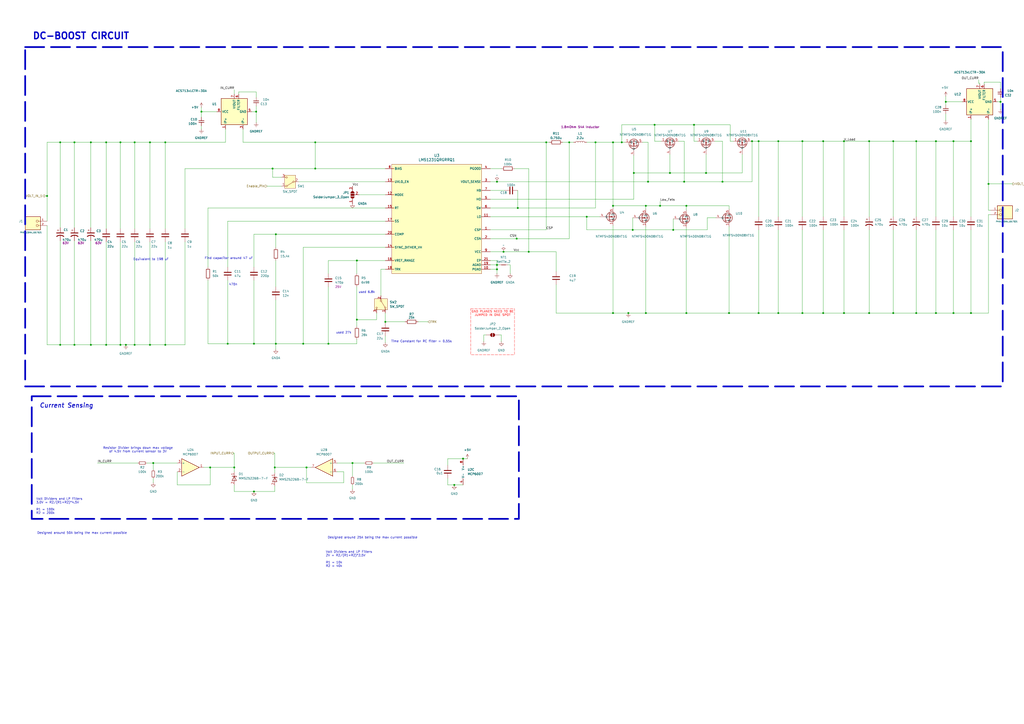
<source format=kicad_sch>
(kicad_sch (version 20231120) (generator "eeschema") (generator_version "8.0")
  (paper "A2")
  (title_block (title "Boost Converter") (rev "V1") (company "EcoCar") (comment 1 "Designed by: Nicholas semmens, Zeeshan Haque"))
  (lib_symbols
    (symbol "Device:C" (pin_numbers hide) (pin_names (offset 0.254))
      (property "Reference" "C" (at 0.635 2.54 0))
      (property "Value" "C" (at 0.635 -2.54 0))
      (symbol "C_1_1"
        (pin passive line (at 0 3.81 270) (length 2.794) (name "~") (number "1"))
        (pin passive line (at 0 -3.81 90) (length 2.794) (name "~") (number "2"))
      )
    )
    (symbol "Device:C_Polarized_US" (pin_numbers hide) (pin_names (offset 0.254) hide)
      (property "Reference" "C" (at 0.635 2.54 0))
      (property "Value" "C_Polarized_US" (at 0.635 -2.54 0))
      (symbol "C_Polarized_US_1_1"
        (pin passive line (at 0 3.81 270) (length 2.794) (name "~") (number "1"))
        (pin passive line (at 0 -3.81 90) (length 3.302) (name "~") (number "2"))
      )
    )
    (symbol "Device:C_Small" (pin_numbers hide) (pin_names (offset 0.254) hide)
      (property "Reference" "C" (at 0.254 1.778 0))
      (property "Value" "C_Small" (at 0.254 -2.032 0))
      (symbol "C_Small_1_1"
        (pin passive line (at 0 2.54 270) (length 2.032) (name "~") (number "1"))
        (pin passive line (at 0 -2.54 90) (length 2.032) (name "~") (number "2"))
      )
    )
    (symbol "Device:NetTie_2" (pin_numbers hide) (pin_names (offset 0) hide) (in_bom no)
      (property "Reference" "NT" (at 0 1.27 0))
      (property "Value" "NetTie_2" (at 0 -1.27 0))
      (symbol "NetTie_2_1_1"
        (pin passive line (at -2.54 0 0) (length 2.54) (name "1") (number "1"))
        (pin passive line (at 2.54 0 180) (length 2.54) (name "2") (number "2"))
      )
    )
    (symbol "Device:R" (pin_numbers hide) (pin_names (offset 0))
      (property "Reference" "R" (at 2.032 0 90))
      (property "Value" "R" (at 0 0 90))
      (symbol "R_1_1"
        (pin passive line (at 0 3.81 270) (length 1.27) (name "~") (number "1"))
        (pin passive line (at 0 -3.81 90) (length 1.27) (name "~") (number "2"))
      )
    )
    (symbol "Device:R_Small" (pin_numbers hide) (pin_names (offset 0.254) hide)
      (property "Reference" "R" (at 0.762 0.508 0))
      (property "Value" "R_Small" (at 0.762 -1.016 0))
      (symbol "R_Small_1_1"
        (pin passive line (at 0 2.54 270) (length 0.762) (name "~") (number "1"))
        (pin passive line (at 0 -2.54 90) (length 0.762) (name "~") (number "2"))
      )
    )
    (symbol "Jumper:SolderJumper_2_Open" (pin_numbers hide) (pin_names (offset 0) hide) (exclude_from_sim yes) (in_bom no)
      (property "Reference" "JP" (at 0 2.032 0))
      (property "Value" "SolderJumper_2_Open" (at 0 -2.54 0))
      (symbol "SolderJumper_2_Open_1_1"
        (pin passive line (at -3.81 0 0) (length 2.54) (name "A") (number "1"))
        (pin passive line (at 3.81 0 180) (length 2.54) (name "B") (number "2"))
      )
    )
    (symbol "Jumper:SolderJumper_3_Open" (pin_names (offset 0) hide) (exclude_from_sim yes) (in_bom no)
      (property "Reference" "JP" (at -2.54 -2.54 0))
      (property "Value" "SolderJumper_3_Open" (at 0 2.794 0))
      (symbol "SolderJumper_3_Open_1_1"
        (pin passive line (at -5.08 0 0) (length 2.54) (name "A") (number "1"))
        (pin passive line (at 0 -3.81 90) (length 2.54) (name "C") (number "2"))
        (pin passive line (at 5.08 0 180) (length 2.54) (name "B") (number "3"))
      )
    )
    (symbol "NTMFS4D0N08XT1G_1"
      (property "Reference" "U" (at 3.556 5.08 0))
      (property "Value" "NTMFS4D0N08XT1G" (at 11.938 2.794 0))
      (property "DK#" "488-NTMFS4D0N08XT1GCT-ND" (at 0.762 -13.97 0))
      (symbol "NTMFS4D0N08XT1G_1_1_1"
        (pin passive line (at 0 -5.08 90) (length 2.54) (name "S") (number "1"))
        (pin passive line (at 0 -5.08 90) (length 2.54) hide (name "S") (number "2"))
        (pin passive line (at 0 -5.08 90) (length 2.54) hide (name "S") (number "3"))
        (pin input line (at -7.62 0 0) (length 2.54) (name "G") (number "4"))
        (pin passive line (at 0 5.08 270) (length 2.54) (name "D") (number "5"))
      )
    )
    (symbol "Sensor_Current:ACS713xLCTR-30A"
      (property "Reference" "U" (at 2.54 11.43 0))
      (property "Value" "ACS713xLCTR-30A" (at 2.54 8.89 0))
      (symbol "ACS713xLCTR-30A_1_1"
        (pin passive line (at -10.16 5.08 0) (length 2.54) (name "IP+") (number "1"))
        (pin passive line (at -10.16 5.08 0) (length 2.54) hide (name "IP+") (number "2"))
        (pin passive line (at -10.16 -5.08 0) (length 2.54) (name "IP-") (number "3"))
        (pin passive line (at -10.16 -5.08 0) (length 2.54) hide (name "IP-") (number "4"))
        (pin power_in line (at 0 -10.16 90) (length 2.54) (name "GND") (number "5"))
        (pin passive line (at 10.16 -2.54 180) (length 2.54) (name "FILTER") (number "6"))
        (pin output line (at 10.16 0 180) (length 2.54) (name "VIOUT") (number "7"))
        (pin power_in line (at 0 10.16 270) (length 2.54) (name "VCC") (number "8"))
      )
    )
    (symbol "Switch:SW_SPDT" (pin_names (offset 0) hide)
      (property "Reference" "SW" (at 0 5.08 0))
      (property "Value" "SW_SPDT" (at 0 -5.08 0))
      (symbol "SW_SPDT_1_1"
        (pin passive line (at 5.08 2.54 180) (length 2.54) (name "A") (number "1"))
        (pin passive line (at -5.08 0 0) (length 2.54) (name "B") (number "2"))
        (pin passive line (at 5.08 -2.54 180) (length 2.54) (name "C") (number "3"))
      )
    )
    (symbol "ecocad_lib_symbols:LM51231QRGRRQ1" (pin_names (offset 0.254))
      (property "Reference" "U" (at 5.08 6.858 0))
      (property "Value" "LM51231QRGRRQ1" (at 14.732 4.318 0))
      (symbol "LM51231QRGRRQ1_0_1"
        (pin unspecified line (at 60.96 -35.56 180) (length 5.08) (name "CSP") (number "1"))
        (pin power_in line (at 60.96 -58.42 180) (length 5.08) (name "PGND") (number "10"))
        (pin output line (at 60.96 -27.94 180) (length 5.08) (name "LO") (number "11"))
        (pin unspecified line (at 0 -15.24 0) (length 5.08) (name "MODE") (number "12"))
        (pin input line (at 0 -7.62 0) (length 5.08) (name "UVLO_EN") (number "13"))
        (pin unspecified line (at 0 -45.72 0) (length 5.08) (name "SYNC_DITHER_VH") (number "14"))
        (pin unspecified line (at 0 -22.86 0) (length 5.08) (name "RT") (number "15"))
        (pin unspecified line (at 0 -53.34 0) (length 5.08) (name "VREF_RANGE") (number "16"))
        (pin unspecified line (at 0 -30.48 0) (length 5.08) (name "SS") (number "17"))
        (pin unspecified line (at 0 -58.42 0) (length 5.08) (name "TRK") (number "18"))
        (pin power_in line (at 60.96 -55.88 180) (length 5.08) (name "AGND") (number "19"))
        (pin unspecified line (at 60.96 -40.64 180) (length 5.08) (name "CSN") (number "2"))
        (pin unspecified line (at 0 -38.1 0) (length 5.08) (name "COMP") (number "20"))
        (pin unspecified line (at 60.96 -53.34 180) (length 5.08) (name "EP") (number "21"))
        (pin power_in line (at 60.96 -7.62 180) (length 5.08) (name "VOUT_SENSE") (number "3"))
        (pin open_collector line (at 60.96 0 180) (length 5.08) (name "PGOOD") (number "4"))
        (pin output line (at 60.96 -17.78 180) (length 5.08) (name "HO") (number "5"))
        (pin unspecified line (at 60.96 -22.86 180) (length 5.08) (name "SW") (number "6"))
        (pin unspecified line (at 60.96 -12.7 180) (length 5.08) (name "HB") (number "7"))
        (pin unspecified line (at 0 0 0) (length 5.08) (name "BIAS") (number "8"))
        (pin power_in line (at 60.96 -48.26 180) (length 5.08) (name "VCC") (number "9"))
      )
    )
    (symbol "ecocad_lib_symbols:MCP6007" (pin_names (offset 0.127))
      (property "Reference" "U" (at 0 5.08 0))
      (property "Value" "MCP6007" (at 0 -5.08 0))
      (symbol "MCP6007_1_1"
        (pin output line (at 7.62 0 180) (length 2.54) (name "~") (number "1"))
        (pin input line (at -7.62 -2.54 0) (length 2.54) (name "-") (number "2"))
        (pin input line (at -7.62 2.54 0) (length 2.54) (name "+") (number "3"))
      )
      (symbol "MCP6007_2_1"
        (pin input line (at -7.62 2.54 0) (length 2.54) (name "+") (number "5"))
        (pin input line (at -7.62 -2.54 0) (length 2.54) (name "-") (number "6"))
        (pin output line (at 7.62 0 180) (length 2.54) (name "~") (number "7"))
      )
      (symbol "MCP6007_3_1"
        (pin power_in line (at -2.54 -7.62 90) (length 3.81) (name "V-") (number "4"))
        (pin power_in line (at -2.54 7.62 270) (length 3.81) (name "V+") (number "8"))
      )
    )
    (symbol "ecocad_lib_symbols:MMSZ5226B-7-F"
      (property "Reference" "D" (at 0 3.81 0))
      (property "Value" "MMSZ5226B-7-F" (at 0 0 0))
      (property "Part#" "C155250" (at 0 0 0))
      (symbol "MMSZ5226B-7-F_1_1"
        (pin passive line (at -3.81 0 0) (length 2.54) (name "") (number "1"))
        (pin passive line (at 3.81 0 180) (length 2.54) (name "") (number "2"))
      )
    )
    (symbol "ecocad_lib_symbols:MPXV1D2213L3R3" (pin_numbers hide) (pin_names (offset 1.016) hide)
      (property "Reference" "L" (at -1.27 0 90))
      (property "Value" "MPXV1D2213L3R3" (at 1.905 0 90))
      (property "Description" "1.8mOhm 54A Inductor" (at 0 0 0))
      (symbol "MPXV1D2213L3R3_1_1"
        (pin passive line (at 0 3.81 270) (length 1.27) (name "1") (number "1"))
        (pin passive line (at 0 -3.81 90) (length 1.27) (name "2") (number "2"))
      )
    )
    (symbol "ecocad_lib_symbols:PHNX_CONN_1017521" (pin_names (offset 1.016))
      (property "Reference" "J" (at -3.556 5.08 0))
      (property "Value" "PHNX_CONN_1017521" (at -3.81 3.048 0))
      (symbol "PHNX_CONN_1017521_1_0"
        (pin passive line (at -7.62 0 0) (length 5.08) (name "") (number "1"))
        (pin passive line (at -7.62 -2.54 0) (length 5.08) (name "") (number "2"))
      )
    )
    (symbol "power:+5V" (power) (pin_numbers hide) (pin_names (offset 0) hide)
      (property "Value" "+5V" (at 0 3.556 0))
      (symbol "+5V_1_1"
        (pin power_in line (at 0 0 90) (length 0) (name "~") (number "1"))
      )
    )
    (symbol "power:GND" (power) (pin_numbers hide) (pin_names (offset 0) hide)
      (property "Value" "GND" (at 0 -3.81 0))
      (symbol "GND_1_1"
        (pin power_in line (at 0 0 270) (length 0) (name "~") (number "1"))
      )
    )
    (symbol "power:GNDA" (power) (pin_numbers hide) (pin_names (offset 0) hide)
      (property "Value" "GNDA" (at 0 -3.81 0))
      (symbol "GNDA_1_1"
        (pin power_in line (at 0 0 270) (length 0) (name "~") (number "1"))
      )
    )
    (symbol "power:GNDREF" (power) (pin_numbers hide) (pin_names (offset 0) hide)
      (property "Value" "GNDREF" (at 0 -3.81 0))
      (symbol "GNDREF_1_1"
        (pin power_in line (at 0 0 270) (length 0) (name "~") (number "1"))
      )
    )
    (symbol "power:PWR_FLAG" (power) (pin_numbers hide) (pin_names (offset 0) hide)
      (property "Value" "PWR_FLAG" (at 0 3.81 0))
      (symbol "PWR_FLAG_0_0"
        (pin power_out line (at 0 0 90) (length 0) (name "~") (number "1"))
      )
    )
  )
  (junction (at 263.525 281.305))
  (junction (at 542.925 181.61))
  (junction (at 440.055 181.61))
  (junction (at 531.495 181.61))
  (junction (at 306.705 146.05))
  (junction (at 563.245 81.915))
  (junction (at 27.305 113.665))
  (junction (at 147.32 285.115))
  (junction (at 158.115 97.79))
  (junction (at 340.36 125.73))
  (junction (at 382.905 119.38))
  (junction (at 148.59 64.77))
  (junction (at 61.595 200.025))
  (junction (at 52.705 82.55))
  (junction (at 553.085 181.61))
  (junction (at 388.62 100.33))
  (junction (at 374.65 119.38))
  (junction (at 175.895 199.39))
  (junction (at 436.245 81.915))
  (junction (at 504.19 181.61))
  (junction (at 300.355 120.65))
  (junction (at 374.65 181.61))
  (junction (at 548.64 59.055))
  (junction (at 542.925 81.915))
  (junction (at 121.92 271.145))
  (junction (at 135.89 271.145))
  (junction (at 451.485 81.915))
  (junction (at 396.875 105.41))
  (junction (at 78.105 82.55))
  (junction (at 207.01 151.13))
  (junction (at 367.03 133.35))
  (junction (at 160.02 135.89))
  (junction (at 95.885 82.55))
  (junction (at 465.455 81.915))
  (junction (at 355.6 82.55))
  (junction (at 360.68 82.55))
  (junction (at 402.59 72.39))
  (junction (at 69.85 82.55))
  (junction (at 422.91 181.61))
  (junction (at 78.105 200.025))
  (junction (at 288.29 153.67))
  (junction (at 61.595 82.55))
  (junction (at 288.29 156.21))
  (junction (at 355.6 181.61))
  (junction (at 43.18 82.55))
  (junction (at 518.16 81.915))
  (junction (at 95.885 200.025))
  (junction (at 489.585 181.61))
  (junction (at 299.72 138.43))
  (junction (at 375.92 105.41))
  (junction (at 86.995 200.025))
  (junction (at 531.495 81.915))
  (junction (at 364.49 181.61))
  (junction (at 69.85 200.025))
  (junction (at 330.2 82.55))
  (junction (at 419.1 105.41))
  (junction (at 34.925 82.55))
  (junction (at 86.995 82.55))
  (junction (at 177.8 271.145))
  (junction (at 52.705 200.025))
  (junction (at 573.405 106.68))
  (junction (at 43.18 200.025))
  (junction (at 88.9 268.605))
  (junction (at 518.16 181.61))
  (junction (at 451.485 181.61))
  (junction (at 465.455 181.61))
  (junction (at 316.865 82.55))
  (junction (at 504.19 81.915))
  (junction (at 34.925 200.025))
  (junction (at 182.88 82.55))
  (junction (at 268.605 266.065))
  (junction (at 73.025 200.025))
  (junction (at 563.245 181.61))
  (junction (at 223.52 186.69))
  (junction (at 489.585 81.915))
  (junction (at 147.32 199.39))
  (junction (at 288.29 105.41))
  (junction (at 367.665 100.33))
  (junction (at 553.085 81.915))
  (junction (at 204.47 268.605))
  (junction (at 355.6 119.38))
  (junction (at 580.39 59.055))
  (junction (at 390.525 133.35))
  (junction (at 398.145 181.61))
  (junction (at 116.84 64.77))
  (junction (at 345.44 82.55))
  (junction (at 132.08 199.39))
  (junction (at 398.145 119.38))
  (junction (at 207.01 185.42))
  (junction (at 159.385 271.145))
  (junction (at 292.1 146.05))
  (junction (at 379.73 72.39))
  (junction (at 409.575 100.33))
  (junction (at 440.055 81.915))
  (junction (at 190.5 199.39))
  (junction (at 477.52 181.61))
  (junction (at 182.88 97.79))
  (junction (at 477.52 81.915))
  (junction (at 160.02 199.39))
  (wire (pts (xy 477.52 81.915) (xy 477.52 125.73)))
  (wire (pts (xy 422.91 131.445) (xy 422.91 181.61)))
  (wire (pts (xy 204.47 268.605) (xy 204.47 276.225)))
  (wire (pts (xy 345.44 82.55) (xy 345.44 120.65)))
  (wire (pts (xy 175.895 199.39) (xy 190.5 199.39)))
  (wire (pts (xy 69.85 140.335) (xy 69.85 200.025)))
  (wire (pts (xy 465.455 133.35) (xy 465.455 181.61)))
  (wire (pts (xy 542.925 181.61) (xy 542.925 133.35)))
  (wire (pts (xy 190.5 151.13) (xy 207.01 151.13)))
  (wire (pts (xy 355.6 82.55) (xy 360.68 82.55)))
  (wire (pts (xy 207.01 151.13) (xy 223.52 151.13)))
  (wire (pts (xy 288.29 153.67) (xy 289.56 153.67)))
  (wire (pts (xy 402.59 72.39) (xy 423.545 72.39)))
  (wire (pts (xy 158.115 97.79) (xy 182.88 97.79)))
  (wire (pts (xy 398.145 121.92) (xy 398.145 119.38)))
  (wire (pts (xy 573.405 124.46) (xy 573.405 181.61)))
  (wire (pts (xy 355.6 181.61) (xy 364.49 181.61)))
  (wire (pts (xy 204.47 283.845) (xy 204.47 281.305)))
  (wire (pts (xy 423.545 81.915) (xy 423.545 72.39)))
  (wire (pts (xy 440.055 81.915) (xy 440.055 125.73)))
  (wire (pts (xy 175.895 143.51) (xy 175.895 199.39)))
  (wire (pts (xy 477.52 133.35) (xy 477.52 181.61)))
  (wire (pts (xy 147.32 154.94) (xy 147.32 135.89)))
  (wire (pts (xy 542.925 81.915) (xy 553.085 81.915)))
  (wire (pts (xy 242.57 186.69) (xy 248.285 186.69)))
  (wire (pts (xy 330.2 82.55) (xy 332.74 82.55)))
  (wire (pts (xy 120.65 154.94) (xy 120.65 120.65)))
  (wire (pts (xy 102.87 281.305) (xy 121.92 281.305)))
  (wire (pts (xy 580.39 63.5) (xy 580.39 59.055)))
  (wire (pts (xy 259.715 266.065) (xy 268.605 266.065)))
  (wire (pts (xy 207.01 166.37) (xy 207.01 185.42)))
  (wire (pts (xy 548.64 60.96) (xy 548.64 59.055)))
  (wire (pts (xy 322.58 181.61) (xy 355.6 181.61)))
  (wire (pts (xy 160.02 135.89) (xy 160.02 143.51)))
  (wire (pts (xy 388.62 100.33) (xy 367.665 100.33)))
  (wire (pts (xy 374.65 181.61) (xy 364.49 181.61)))
  (wire (pts (xy 223.52 143.51) (xy 175.895 143.51)))
  (wire (pts (xy 360.68 82.55) (xy 362.585 82.55)))
  (wire (pts (xy 140.97 74.93) (xy 140.97 82.55)))
  (wire (pts (xy 27.305 200.025) (xy 34.925 200.025)))
  (wire (pts (xy 284.48 120.65) (xy 300.355 120.65)))
  (wire (pts (xy 568.325 48.26) (xy 568.325 48.895)))
  (wire (pts (xy 223.52 181.61) (xy 223.52 186.69)))
  (wire (pts (xy 419.1 105.41) (xy 436.245 105.41)))
  (wire (pts (xy 220.98 171.45) (xy 220.98 156.21)))
  (wire (pts (xy 409.575 100.33) (xy 430.53 100.33)))
  (wire (pts (xy 489.585 181.61) (xy 504.19 181.61)))
  (wire (pts (xy 148.59 64.77) (xy 148.59 61.595)))
  (wire (pts (xy 52.705 132.08) (xy 52.705 82.55)))
  (wire (pts (xy 86.995 82.55) (xy 95.885 82.55)))
  (wire (pts (xy 298.45 97.79) (xy 306.705 97.79)))
  (wire (pts (xy 465.455 81.915) (xy 465.455 125.73)))
  (wire (pts (xy 374.65 181.61) (xy 398.145 181.61)))
  (wire (pts (xy 548.64 59.055) (xy 558.165 59.055)))
  (wire (pts (xy 95.885 200.025) (xy 107.315 200.025)))
  (wire (pts (xy 518.16 81.915) (xy 531.495 81.915)))
  (wire (pts (xy 504.19 133.35) (xy 504.19 181.61)))
  (wire (pts (xy 402.59 81.915) (xy 402.59 72.39)))
  (wire (pts (xy 86.995 82.55) (xy 86.995 132.715)))
  (wire (pts (xy 159.385 285.115) (xy 147.32 285.115)))
  (wire (pts (xy 34.925 200.025) (xy 43.18 200.025)))
  (wire (pts (xy 398.145 132.08) (xy 398.145 181.61)))
  (wire (pts (xy 355.6 130.81) (xy 355.6 181.61)))
  (wire (pts (xy 382.905 119.38) (xy 374.65 119.38)))
  (wire (pts (xy 382.905 119.38) (xy 398.145 119.38)))
  (wire (pts (xy 190.5 166.37) (xy 190.5 199.39)))
  (wire (pts (xy 158.115 102.87) (xy 158.115 97.79)))
  (wire (pts (xy 121.92 271.145) (xy 135.89 271.145)))
  (wire (pts (xy 56.515 268.605) (xy 80.01 268.605)))
  (wire (pts (xy 284.48 97.79) (xy 290.83 97.79)))
  (wire (pts (xy 135.255 262.89) (xy 135.89 262.89)))
  (wire (pts (xy 88.9 280.035) (xy 88.9 277.495)))
  (wire (pts (xy 440.055 181.61) (xy 451.485 181.61)))
  (wire (pts (xy 148.59 64.77) (xy 146.05 64.77)))
  (wire (pts (xy 78.105 82.55) (xy 86.995 82.55)))
  (wire (pts (xy 135.89 281.305) (xy 135.89 285.115)))
  (wire (pts (xy 398.145 119.38) (xy 422.91 119.38)))
  (wire (pts (xy 34.925 132.08) (xy 34.925 82.55)))
  (wire (pts (xy 489.585 81.915) (xy 504.19 81.915)))
  (wire (pts (xy 27.305 113.665) (xy 27.305 128.27)))
  (wire (pts (xy 398.145 181.61) (xy 422.91 181.61)))
  (wire (pts (xy 573.405 124.46) (xy 574.675 124.46)))
  (wire (pts (xy 436.245 81.915) (xy 436.245 105.41)))
  (wire (pts (xy 182.88 82.55) (xy 316.865 82.55)))
  (wire (pts (xy 159.385 281.94) (xy 159.385 285.115)))
  (wire (pts (xy 116.84 67.945) (xy 116.84 64.77)))
  (wire (pts (xy 43.18 200.025) (xy 52.705 200.025)))
  (wire (pts (xy 135.89 262.89) (xy 135.89 271.145)))
  (wire (pts (xy 207.01 185.42) (xy 207.01 189.23)))
  (wire (pts (xy 465.455 81.915) (xy 477.52 81.915)))
  (wire (pts (xy 140.97 82.55) (xy 182.88 82.55)))
  (wire (pts (xy 292.1 146.05) (xy 306.705 146.05)))
  (wire (pts (xy 504.19 81.915) (xy 504.19 125.73)))
  (wire (pts (xy 199.39 280.035) (xy 177.8 280.035)))
  (wire (pts (xy 138.43 53.34) (xy 148.59 53.34)))
  (wire (pts (xy 61.595 140.335) (xy 61.595 200.025)))
  (wire (pts (xy 379.73 72.39) (xy 402.59 72.39)))
  (wire (pts (xy 295.91 158.75) (xy 295.91 153.67)))
  (wire (pts (xy 280.67 194.31) (xy 280.67 198.12)))
  (wire (pts (xy 316.865 82.55) (xy 318.77 82.55)))
  (wire (pts (xy 316.865 133.35) (xy 284.48 133.35)))
  (wire (pts (xy 147.32 162.56) (xy 147.32 199.39)))
  (wire (pts (xy 148.59 53.34) (xy 148.59 56.515)))
  (wire (pts (xy 78.105 140.335) (xy 78.105 200.025)))
  (wire (pts (xy 396.875 105.41) (xy 419.1 105.41)))
  (wire (pts (xy 27.305 82.55) (xy 27.305 113.665)))
  (wire (pts (xy 489.585 125.73) (xy 489.585 81.915)))
  (wire (pts (xy 135.89 52.07) (xy 135.89 54.61)))
  (wire (pts (xy 34.925 139.7) (xy 34.925 200.025)))
  (wire (pts (xy 580.39 47.625) (xy 580.39 51.435)))
  (wire (pts (xy 284.48 153.67) (xy 288.29 153.67)))
  (wire (pts (xy 379.73 72.39) (xy 360.68 72.39)))
  (wire (pts (xy 148.59 64.77) (xy 148.59 71.12)))
  (wire (pts (xy 300.355 120.65) (xy 345.44 120.65)))
  (wire (pts (xy 160.02 173.99) (xy 160.02 199.39)))
  (wire (pts (xy 436.245 81.915) (xy 440.055 81.915)))
  (wire (pts (xy 340.36 133.35) (xy 367.03 133.35)))
  (wire (pts (xy 130.81 74.93) (xy 130.81 82.55)))
  (wire (pts (xy 300.355 110.49) (xy 300.355 120.65)))
  (wire (pts (xy 132.08 128.27) (xy 223.52 128.27)))
  (wire (pts (xy 289.56 194.31) (xy 290.83 194.31)))
  (wire (pts (xy 284.48 156.21) (xy 288.29 156.21)))
  (wire (pts (xy 563.245 69.215) (xy 563.245 81.915)))
  (wire (pts (xy 147.32 199.39) (xy 160.02 199.39)))
  (wire (pts (xy 284.48 105.41) (xy 288.29 105.41)))
  (wire (pts (xy 288.29 153.67) (xy 288.29 156.21)))
  (wire (pts (xy 531.495 181.61) (xy 542.925 181.61)))
  (wire (pts (xy 132.08 162.56) (xy 132.08 199.39)))
  (wire (pts (xy 107.315 132.715) (xy 107.315 97.79)))
  (wire (pts (xy 410.21 126.365) (xy 410.21 133.35)))
  (wire (pts (xy 95.885 132.715) (xy 95.885 82.55)))
  (wire (pts (xy 563.245 81.915) (xy 563.245 125.73)))
  (wire (pts (xy 367.665 100.33) (xy 367.665 115.57)))
  (wire (pts (xy 340.36 82.55) (xy 345.44 82.55)))
  (wire (pts (xy 288.29 156.21) (xy 288.29 158.75)))
  (wire (pts (xy 580.39 59.055) (xy 580.39 56.515)))
  (wire (pts (xy 451.485 133.35) (xy 451.485 181.61)))
  (wire (pts (xy 190.5 199.39) (xy 207.01 199.39)))
  (wire (pts (xy 360.68 72.39) (xy 360.68 82.55)))
  (wire (pts (xy 43.18 82.55) (xy 43.18 132.08)))
  (wire (pts (xy 223.52 105.41) (xy 173.355 105.41)))
  (wire (pts (xy 34.925 82.55) (xy 43.18 82.55)))
  (wire (pts (xy 284.48 146.05) (xy 292.1 146.05)))
  (wire (pts (xy 120.65 162.56) (xy 120.65 199.39)))
  (wire (pts (xy 263.525 281.305) (xy 268.605 281.305)))
  (wire (pts (xy 259.715 277.495) (xy 259.715 281.305)))
  (wire (pts (xy 372.745 82.55) (xy 375.92 82.55)))
  (wire (pts (xy 160.02 199.39) (xy 175.895 199.39)))
  (wire (pts (xy 177.8 271.145) (xy 177.8 280.035)))
  (wire (pts (xy 216.535 268.605) (xy 234.315 268.605)))
  (wire (pts (xy 451.485 81.915) (xy 465.455 81.915)))
  (wire (pts (xy 367.665 90.17) (xy 367.665 100.33)))
  (wire (pts (xy 390.525 127) (xy 390.525 133.35)))
  (wire (pts (xy 367.03 133.35) (xy 367.03 126.365)))
  (wire (pts (xy 374.65 119.38) (xy 374.65 121.285)))
  (wire (pts (xy 180.34 271.145) (xy 177.8 271.145)))
  (wire (pts (xy 396.875 81.915) (xy 396.875 105.41)))
  (wire (pts (xy 477.52 81.915) (xy 489.585 81.915)))
  (wire (pts (xy 322.58 146.05) (xy 322.58 157.48)))
  (wire (pts (xy 367.665 115.57) (xy 284.48 115.57)))
  (wire (pts (xy 567.69 48.26) (xy 567.69 46.355)))
  (wire (pts (xy 199.39 273.685) (xy 199.39 280.035)))
  (wire (pts (xy 102.87 273.685) (xy 102.87 281.305)))
  (wire (pts (xy 116.84 73.025) (xy 116.84 74.93)))
  (wire (pts (xy 330.2 82.55) (xy 330.2 138.43)))
  (wire (pts (xy 218.44 181.61) (xy 218.44 185.42)))
  (wire (pts (xy 86.995 200.025) (xy 95.885 200.025)))
  (wire (pts (xy 120.65 120.65) (xy 223.52 120.65)))
  (wire (pts (xy 160.02 199.39) (xy 160.02 202.565)))
  (wire (pts (xy 440.055 81.915) (xy 451.485 81.915)))
  (wire (pts (xy 88.9 268.605) (xy 102.87 268.605)))
  (wire (pts (xy 531.495 81.915) (xy 531.495 125.73)))
  (wire (pts (xy 390.525 133.35) (xy 367.03 133.35)))
  (wire (pts (xy 451.485 181.61) (xy 465.455 181.61)))
  (wire (pts (xy 158.75 262.89) (xy 159.385 262.89)))
  (wire (pts (xy 107.315 140.335) (xy 107.315 200.025)))
  (wire (pts (xy 553.085 81.915) (xy 553.085 125.73)))
  (wire (pts (xy 26.035 113.665) (xy 27.305 113.665)))
  (wire (pts (xy 388.62 100.33) (xy 409.575 100.33)))
  (wire (pts (xy 489.585 133.35) (xy 489.585 181.61)))
  (wire (pts (xy 531.495 81.915) (xy 542.925 81.915)))
  (wire (pts (xy 27.305 82.55) (xy 34.925 82.55)))
  (wire (pts (xy 393.7 81.915) (xy 396.875 81.915)))
  (wire (pts (xy 573.405 106.68) (xy 573.405 121.92)))
  (wire (pts (xy 284.48 138.43) (xy 299.72 138.43)))
  (wire (pts (xy 290.83 194.31) (xy 290.83 198.12)))
  (wire (pts (xy 573.405 121.92) (xy 574.675 121.92)))
  (wire (pts (xy 61.595 200.025) (xy 69.85 200.025)))
  (wire (pts (xy 159.385 271.145) (xy 177.8 271.145)))
  (wire (pts (xy 382.905 116.84) (xy 382.905 119.38)))
  (wire (pts (xy 147.32 135.89) (xy 160.02 135.89)))
  (wire (pts (xy 116.84 64.77) (xy 125.73 64.77)))
  (wire (pts (xy 95.885 82.55) (xy 130.81 82.55)))
  (wire (pts (xy 223.52 187.325) (xy 223.52 186.69)))
  (wire (pts (xy 207.01 158.75) (xy 207.01 151.13)))
  (wire (pts (xy 379.73 81.915) (xy 379.73 72.39)))
  (wire (pts (xy 43.18 139.7) (xy 43.18 200.025)))
  (wire (pts (xy 116.84 64.77) (xy 116.84 62.23)))
  (wire (pts (xy 477.52 181.61) (xy 489.585 181.61)))
  (wire (pts (xy 580.39 59.055) (xy 578.485 59.055)))
  (wire (pts (xy 182.88 97.79) (xy 223.52 97.79)))
  (wire (pts (xy 211.455 268.605) (xy 204.47 268.605)))
  (wire (pts (xy 135.89 285.115) (xy 147.32 285.115)))
  (wire (pts (xy 553.085 181.61) (xy 563.245 181.61)))
  (wire (pts (xy 402.59 81.915) (xy 404.495 81.915)))
  (wire (pts (xy 132.08 154.94) (xy 132.08 128.27)))
  (wire (pts (xy 182.88 82.55) (xy 182.88 97.79)))
  (wire (pts (xy 542.925 181.61) (xy 553.085 181.61)))
  (wire (pts (xy 306.705 97.79) (xy 306.705 146.05)))
  (wire (pts (xy 69.85 132.715) (xy 69.85 82.55)))
  (wire (pts (xy 195.58 273.685) (xy 199.39 273.685)))
  (wire (pts (xy 120.65 199.39) (xy 132.08 199.39)))
  (wire (pts (xy 504.19 181.61) (xy 518.16 181.61)))
  (wire (pts (xy 422.91 181.61) (xy 440.055 181.61)))
  (wire (pts (xy 88.9 268.605) (xy 88.9 272.415)))
  (wire (pts (xy 375.92 82.55) (xy 375.92 105.41)))
  (wire (pts (xy 316.865 133.35) (xy 316.865 82.55)))
  (wire (pts (xy 294.64 153.67) (xy 295.91 153.67)))
  (wire (pts (xy 451.485 81.915) (xy 451.485 125.73)))
  (wire (pts (xy 27.305 130.81) (xy 27.305 200.025)))
  (wire (pts (xy 553.085 81.915) (xy 563.245 81.915)))
  (wire (pts (xy 132.08 199.39) (xy 147.32 199.39)))
  (wire (pts (xy 159.385 262.89) (xy 159.385 271.145)))
  (wire (pts (xy 95.885 140.335) (xy 95.885 200.025)))
  (wire (pts (xy 163.195 102.87) (xy 158.115 102.87)))
  (wire (pts (xy 306.705 146.05) (xy 322.58 146.05)))
  (wire (pts (xy 326.39 82.55) (xy 330.2 82.55)))
  (wire (pts (xy 435.61 81.915) (xy 436.245 81.915)))
  (wire (pts (xy 61.595 82.55) (xy 69.85 82.55)))
  (wire (pts (xy 375.92 105.41) (xy 396.875 105.41)))
  (wire (pts (xy 374.65 131.445) (xy 374.65 181.61)))
  (wire (pts (xy 223.52 186.69) (xy 234.95 186.69)))
  (wire (pts (xy 121.92 281.305) (xy 121.92 271.145)))
  (wire (pts (xy 465.455 181.61) (xy 477.52 181.61)))
  (wire (pts (xy 163.195 107.95) (xy 154.94 107.95)))
  (wire (pts (xy 288.29 151.13) (xy 288.29 153.67)))
  (wire (pts (xy 160.02 135.89) (xy 223.52 135.89)))
  (wire (pts (xy 220.98 156.21) (xy 223.52 156.21)))
  (wire (pts (xy 195.58 268.605) (xy 204.47 268.605)))
  (wire (pts (xy 159.385 271.145) (xy 159.385 274.32)))
  (wire (pts (xy 340.36 125.73) (xy 340.36 133.35)))
  (wire (pts (xy 422.91 121.285) (xy 422.91 119.38)))
  (wire (pts (xy 52.705 139.7) (xy 52.705 200.025)))
  (wire (pts (xy 208.28 113.03) (xy 223.52 113.03)))
  (wire (pts (xy 69.85 82.55) (xy 78.105 82.55)))
  (wire (pts (xy 568.325 48.26) (xy 567.69 48.26)))
  (wire (pts (xy 423.545 81.915) (xy 425.45 81.915)))
  (wire (pts (xy 518.16 133.35) (xy 518.16 181.61)))
  (wire (pts (xy 69.85 200.025) (xy 73.025 200.025)))
  (wire (pts (xy 322.58 181.61) (xy 322.58 165.1)))
  (wire (pts (xy 299.72 137.795) (xy 299.72 138.43)))
  (wire (pts (xy 570.865 48.895) (xy 570.865 47.625)))
  (wire (pts (xy 138.43 54.61) (xy 138.43 53.34)))
  (wire (pts (xy 573.405 69.215) (xy 573.405 106.68)))
  (wire (pts (xy 43.18 82.55) (xy 52.705 82.55)))
  (wire (pts (xy 268.605 266.065) (xy 271.145 266.065)))
  (wire (pts (xy 107.315 97.79) (xy 158.115 97.79)))
  (wire (pts (xy 78.105 82.55) (xy 78.105 132.715)))
  (wire (pts (xy 504.19 81.915) (xy 518.16 81.915)))
  (wire (pts (xy 414.655 81.915) (xy 419.1 81.915)))
  (wire (pts (xy 259.715 269.875) (xy 259.715 266.065)))
  (wire (pts (xy 355.6 119.38) (xy 374.65 119.38)))
  (wire (pts (xy 135.89 271.145) (xy 135.89 273.685)))
  (wire (pts (xy 86.995 140.335) (xy 86.995 200.025)))
  (wire (pts (xy 284.48 151.13) (xy 288.29 151.13)))
  (wire (pts (xy 570.865 47.625) (xy 580.39 47.625)))
  (wire (pts (xy 52.705 200.025) (xy 61.595 200.025)))
  (wire (pts (xy 379.73 81.915) (xy 383.54 81.915)))
  (wire (pts (xy 548.64 55.88) (xy 548.64 59.055)))
  (wire (pts (xy 284.48 110.49) (xy 292.735 110.49)))
  (wire (pts (xy 207.01 185.42) (xy 218.44 185.42)))
  (wire (pts (xy 190.5 158.75) (xy 190.5 151.13)))
  (wire (pts (xy 388.62 89.535) (xy 388.62 100.33)))
  (wire (pts (xy 409.575 89.535) (xy 409.575 100.33)))
  (wire (pts (xy 531.495 133.35) (xy 531.495 181.61)))
  (wire (pts (xy 340.36 125.73) (xy 347.98 125.73)))
  (wire (pts (xy 223.52 194.945) (xy 223.52 198.755)))
  (wire (pts (xy 118.11 271.145) (xy 121.92 271.145)))
  (wire (pts (xy 518.16 81.915) (xy 518.16 125.73)))
  (wire (pts (xy 553.085 133.35) (xy 553.085 181.61)))
  (wire (pts (xy 548.64 66.04) (xy 548.64 69.85)))
  (wire (pts (xy 259.715 281.305) (xy 263.525 281.305)))
  (wire (pts (xy 355.6 82.55) (xy 355.6 119.38)))
  (wire (pts (xy 61.595 82.55) (xy 61.595 132.715)))
  (wire (pts (xy 355.6 119.38) (xy 355.6 120.65)))
  (wire (pts (xy 415.29 126.365) (xy 410.21 126.365)))
  (wire (pts (xy 78.105 200.025) (xy 86.995 200.025)))
  (wire (pts (xy 280.67 194.31) (xy 281.94 194.31)))
  (wire (pts (xy 563.245 133.35) (xy 563.245 181.61)))
  (wire (pts (xy 518.16 181.61) (xy 531.495 181.61)))
  (wire (pts (xy 419.1 81.915) (xy 419.1 105.41)))
  (wire (pts (xy 299.72 138.43) (xy 330.2 138.43)))
  (wire (pts (xy 542.925 125.73) (xy 542.925 81.915)))
  (wire (pts (xy 207.01 199.39) (xy 207.01 196.85)))
  (wire (pts (xy 73.025 200.025) (xy 78.105 200.025)))
  (wire (pts (xy 52.705 82.55) (xy 61.595 82.55)))
  (wire (pts (xy 587.375 106.68) (xy 573.405 106.68)))
  (wire (pts (xy 160.02 151.13) (xy 160.02 166.37)))
  (wire (pts (xy 85.09 268.605) (xy 88.9 268.605)))
  (wire (pts (xy 563.245 181.61) (xy 573.405 181.61)))
  (wire (pts (xy 430.53 89.535) (xy 430.53 100.33)))
  (wire (pts (xy 410.21 133.35) (xy 390.525 133.35)))
  (wire (pts (xy 345.44 82.55) (xy 355.6 82.55)))
  (wire (pts (xy 440.055 133.35) (xy 440.055 181.61)))
  (wire (pts (xy 288.29 105.41) (xy 375.92 105.41)))
  (wire (pts (xy 284.48 125.73) (xy 340.36 125.73)))
  (rectangle (start 273.05 179.07) (end 298.45 205.74) (stroke (width 0) (type dash) (color 255 0 0 1)))
  (rectangle (start 18.415 229.87) (end 300.99 300.99) (stroke (width 1) (type dash)))
  (rectangle (start 14.605 27.305) (end 581.66 224.155) (stroke (width 1) (type dash)))
  (text "used 27k\n" (at 199.39 193.04 0) (effects (font (size 1.27 1.27))))
  (text "DC-BOOST CIRCUIT\n" (at 46.99 20.955 0) (effects (font (size 3.81 3.81) (thickness 0.762) (bold yes))))
  (text "Resistor Divider brings down max voltage\nof 4.5V from current sensor to 3V" (at 80.01 260.985 0) (effects (font (size 1.27 1.27))))
  (text "470n\n" (at 135.255 165.1 0) (effects (font (size 1.27 1.27))))
  (text "used 6.8k\n" (at 212.725 169.545 0) (effects (font (size 1.27 1.27))))
  (text "Volt Dividers and LP Filters\n3.0V = R2/(R1+R2)*4.5V\n\nR1 = 100k\nR2 = 200k\n" (at 20.955 298.45 0) (effects (font (size 1.27 1.27)) (justify left bottom)))
  (text "Time Constant for RC filter = 0.55s" (at 244.475 198.12 0) (effects (font (size 1.27 1.27))))
  (text "Volt Dividers and LP Filters\n2V = R2/(R1+R2)*2.5V\n\nR1 = 10k\nR2 = 40k\n" (at 188.976 329.184 0) (effects (font (size 1.27 1.27)) (justify left bottom)))
  (text "Current Sensing\n" (at 22.86 236.855 0) (effects (font (size 2.5588 2.5588) (thickness 0.4) (bold yes) (italic yes)) (justify left bottom)))
  (text "GND PLANES NEED TO BE\nJUMPED IN ONE SPOT" (at 285.75 181.864 0) (effects (font (size 1.27 1.27))))
  (text "Voltage Sensing\n\nVoltage Tracking\n\nScreen\n\n\nPin Socket Connector" (at 695.833 34.798 0) (effects (font (size 2.54 2.54) (bold yes))))
  (text "Designed around 25A being the max current possible" (at 216.154 311.912 0) (effects (font (size 1.27 1.27))))
  (text "Find capacitor around 47 uF" (at 132.715 149.86 0) (effects (font (size 1.27 1.27))))
  (text "Designed around 50A being the max current possible" (at 47.625 309.245 0) (effects (font (size 1.27 1.27))))
  (text "Equivalent to 198 uF" (at 87.63 150.495 0) (effects (font (size 1.27 1.27))))
  (label "Low_Fets" (at 382.905 116.84 0))
  (label "OUT_CURR" (at 567.69 46.355 180))
  (label "Vcc" (at 297.815 146.05 0))
  (label "CSP" (at 316.865 133.35 0))
  (label "Vcc" (at 204.47 107.95 0))
  (label "IN_CURR" (at 56.515 268.605 0))
  (label "IN_CURR" (at 135.89 52.07 180))
  (label "V_Load" (at 489.585 81.915 0))
  (label "CSN" (at 299.72 137.795 180))
  (label "OUT_CURR" (at 234.315 268.605 180))
  (hierarchical_label "TRK" (shape input) (at 248.285 186.69 0))
  (hierarchical_label "INPUT_CURR" (shape output) (at 135.255 262.89 180))
  (hierarchical_label "VOLT_IN_1" (shape output) (at 26.035 113.665 180))
  (hierarchical_label "Enable_Pin" (shape input) (at 154.94 107.95 180))
  (hierarchical_label "VOLT_IN_2" (shape output) (at 587.375 106.68 0))
  (hierarchical_label "OUTPUT_CURR" (shape output) (at 158.75 262.89 180))
  (symbol (lib_id "Switch:SW_SPDT") (at 220.98 176.53 270) (unit 1)
    (property "Reference" "SW2" (at 226.06 175.2599 90) (effects (justify left)))
    (property "Value" "SW_SPDT" (at 226.06 177.7999 90) (effects (justify left)))
    (property "Footprint" "Connector_PinHeader_2.54mm:PinHeader_1x03_P2.54mm_Vertical" (effects (hide yes)))
    (property "Description" "Switch, single pole double throw" (effects (hide yes)))
  )
  (symbol (lib_id "power:GNDREF") (at 280.67 198.12 0) (unit 1)
    (property "Reference" "#PWR079" (effects (hide yes)))
    (property "Value" "GNDREF" (at 280.67 203.2 0))
    (property "Description" "Power symbol creates a global label with name \"GNDREF\" , reference supply ground" (effects (hide yes)))
  )
  (symbol (lib_id "Device:R") (at 294.64 97.79 90) (unit 1)
    (property "Reference" "R10" (at 294.64 92.71 90))
    (property "Value" "100k" (at 294.64 95.25 90))
    (property "Footprint" "Resistor_SMD:R_0603_1608Metric" (effects (hide yes)))
    (property "Description" "Resistor" (effects (hide yes)))
    (property "DK Part #" "541-100KHTR-ND" (effects (hide yes)))
  )
  (symbol (lib_id "Device:C") (at 69.85 136.525 0) (unit 1)
    (property "Reference" "C5" (at 70.485 140.3351 0) (effects (justify left)))
    (property "Value" "22u" (at 70.485 142.875 0) (effects (justify left)))
    (property "Footprint" "Capacitor_SMD:C_0805_2012Metric" (effects (hide yes)))
    (property "Datasheet" "https://mm.digikey.com/Volume0/opasdata/d220001/medias/docus/2172/S_Series%2CType_V_Rev2018.pdf" (effects (hide yes)))
    (property "Description" "Unpolarized capacitor" (effects (hide yes)))
    (property "DK Part #" "4713-GMC21X5R226M35NTTR-ND" (effects (hide yes)))
  )
  (symbol (lib_name "NTMFS4D0N08XT1G_1") (lib_id "ecocad_lib_symbols:NTMFS4D0N08XT1G") (at 398.145 127 0) (unit 1)
    (property "Reference" "U8" (at 401.955 124.4599 0) (effects (justify left)))
    (property "Value" "NTMFS4D0N08XT1G" (at 394.335 137.16 0) (effects (justify left)))
    (property "Footprint" "ecocad_lib_footprints:PowerMosDFNHybrid" (effects (hide yes)))
    (property "Datasheet" "https://www.onsemi.com/download/data-sheet/pdf/ntmfs4d0n08x-d.pdf" (effects (hide yes)))
    (property "Description" "N-Channel 80 V 119A (Tc) 107W (Tc) Surface Mount 5-DFN (5x6) (8-SOFL)" (effects (hide yes)))
    (property "DK#" "488-NTMFS4D0N08XT1GCT-ND" (effects (hide yes)))
  )
  (symbol (lib_id "power:GNDREF") (at 288.29 158.75 0) (unit 1)
    (property "Reference" "#PWR013" (effects (hide yes)))
    (property "Value" "GNDREF" (at 288.29 163.83 0))
    (property "Description" "Power symbol creates a global label with name \"GNDREF\" , reference supply ground" (effects (hide yes)))
  )
  (symbol (lib_name "NTMFS4D0N08XT1G_1") (lib_id "ecocad_lib_symbols:NTMFS4D0N08XT1G") (at 409.575 81.915 270) (mirror x) (unit 1)
    (property "Reference" "U9" (at 408.305 76.2 90) (effects (justify left)))
    (property "Value" "NTMFS4D0N08XT1G" (at 400.3675 78.4224 90) (effects (justify left)))
    (property "Footprint" "ecocad_lib_footprints:PowerMosDFNHybrid" (effects (hide yes)))
    (property "Datasheet" "https://www.onsemi.com/download/data-sheet/pdf/ntmfs4d0n08x-d.pdf" (effects (hide yes)))
    (property "Description" "N-Channel 80 V 119A (Tc) 107W (Tc) Surface Mount 5-DFN (5x6) (8-SOFL)" (effects (hide yes)))
    (property "DK#" "488-NTMFS4D0N08XT1GCT-ND" (effects (hide yes)))
  )
  (symbol (lib_id "power:GNDA") (at 223.52 198.755 0) (unit 1)
    (property "Reference" "#PWR011" (effects (hide yes)))
    (property "Value" "GNDA" (at 223.52 203.835 0))
    (property "Description" "Power symbol creates a global label with name \"GNDA\" , analog ground" (effects (hide yes)))
  )
  (symbol (lib_id "power:GNDA") (at 295.91 158.75 0) (unit 1)
    (property "Reference" "#PWR014" (effects (hide yes)))
    (property "Value" "GNDA" (at 295.91 163.83 0))
    (property "Description" "Power symbol creates a global label with name \"GNDA\" , analog ground" (effects (hide yes)))
  )
  (symbol (lib_id "Device:C") (at 296.545 110.49 270) (unit 1)
    (property "Reference" "C18" (at 290.195 111.76 90) (effects (justify left)))
    (property "Value" "100n" (at 294.005 107.315 90) (effects (justify left)))
    (property "Footprint" "Resistor_SMD:R_0603_1608Metric" (effects (hide yes)))
    (property "Datasheet" "https://search.murata.co.jp/Ceramy/image/img/A01X/G101/ENG/GRM155R71A104KA01-01.pdf" (effects (hide yes)))
    (property "Description" "Unpolarized capacitor" (effects (hide yes)))
    (property "DK Part #" "1276-1005-2-ND" (effects (hide yes)))
  )
  (symbol (lib_id "power:GND") (at 147.32 285.115 0) (unit 1)
    (property "Reference" "#PWR07" (effects (hide yes)))
    (property "Value" "GND" (at 147.32 290.195 0))
    (property "Description" "Power symbol creates a global label with name \"GND\" , ground" (effects (hide yes)))
  )
  (symbol (lib_id "Device:R_Small") (at 204.47 278.765 0) (unit 1)
    (property "Reference" "R8" (at 208.28 278.13 0))
    (property "Value" "200k" (at 208.28 280.67 0))
    (property "Footprint" "Resistor_SMD:R_0603_1608Metric" (effects (hide yes)))
    (property "Datasheet" "YAG4202TR-ND" (effects (hide yes)))
    (property "DK Part#" "YAG4202TR-ND" (effects (hide yes)))
  )
  (symbol (lib_id "Device:NetTie_2") (at 292.1 153.67 0) (unit 1) (in_bom no)
    (property "Reference" "NT1" (at 292.1 149.225 0))
    (property "Value" "NetTie_2" (at 292.1 151.765 0))
    (property "Footprint" "NetTie:NetTie-2_SMD_Pad0.5mm" (effects (hide yes)))
    (property "Description" "Net tie, 2 pins" (effects (hide yes)))
  )
  (symbol (lib_name "NTMFS4D0N08XT1G_1") (lib_id "ecocad_lib_symbols:NTMFS4D0N08XT1G") (at 430.53 81.915 270) (mirror x) (unit 1)
    (property "Reference" "U11" (at 429.26 76.2 90) (effects (justify left)))
    (property "Value" "NTMFS4D0N08XT1G" (at 421.3225 78.4224 90) (effects (justify left)))
    (property "Footprint" "ecocad_lib_footprints:PowerMosDFNHybrid" (effects (hide yes)))
    (property "Datasheet" "https://www.onsemi.com/download/data-sheet/pdf/ntmfs4d0n08x-d.pdf" (effects (hide yes)))
    (property "Description" "N-Channel 80 V 119A (Tc) 107W (Tc) Surface Mount 5-DFN (5x6) (8-SOFL)" (effects (hide yes)))
    (property "DK#" "488-NTMFS4D0N08XT1GCT-ND" (effects (hide yes)))
  )
  (symbol (lib_id "Device:C") (at 322.58 161.29 0) (unit 1)
    (property "Reference" "C19" (at 330.2 160.0199 0) (effects (justify left)))
    (property "Value" "4u7" (at 330.2 162.5599 0) (effects (justify left)))
    (property "Footprint" "Capacitor_SMD:C_0603_1608Metric" (effects (hide yes)))
    (property "Datasheet" "https://product.tdk.com/system/files/dam/doc/product/capacitor/ceramic/mlcc/catalog/mlcc_commercial_general_en.pdf" (effects (hide yes)))
    (property "Description" "Unpolarized capacitor" (effects (hide yes)))
    (property "DK Part #" "1276-1044-2-ND" (effects (hide yes)))
  )
  (symbol (lib_id "ecocad_lib_symbols:PHNX_CONN_1017521") (at 19.685 128.27 0) (mirror y) (unit 1)
    (property "Reference" "J1" (at 13.335 128.2699 0) (effects (justify left)))
    (property "Value" "PHNX_CONN_1017521" (at 24.257 134.874 0) (effects (font (size 0.762 0.762)) (justify left)))
    (property "Footprint" "ecocad_lib_footprints:PHOENIX_1017521" (effects (hide yes)))
    (property "PARTREV" "04.01.2018" (effects (hide yes)))
    (property "MANUFACTURER" "Phoenix Contact" (effects (hide yes)))
    (property "MAXIMUM_PACKAGE_HEIGHT" "23.6mm" (effects (hide yes)))
    (property "STANDARD" "Manufacturer Recommendations" (effects (hide yes)))
  )
  (symbol (lib_id "ecocad_lib_symbols:MCP6007") (at 271.145 273.685 0) (unit 3)
    (property "Reference" "U2" (at 271.145 272.4149 0) (effects (justify left)))
    (property "Value" "MCP6007" (at 271.145 274.9549 0) (effects (justify left)))
    (property "Footprint" "Package_SO:SOIC-8_3.9x4.9mm_P1.27mm" (effects (hide yes)))
    (property "Datasheet" "https://ww1.microchip.com/downloads/aemDocuments/documents/APID/ProductDocuments/DataSheets/MCP6006-6R-6U-7-9-Data-Sheet-20006411B.pdf" (effects (hide yes)))
    (property "Description" "Dual Operational Amplifiers, DIP-8/SOIC-8/TSSOP-8/VSSOP-8" (effects (hide yes)))
  )
  (symbol (lib_id "Device:C_Polarized_US") (at 43.18 135.89 0) (unit 1)
    (property "Reference" "C2" (at 46.355 133.9849 0) (effects (justify left)))
    (property "Value" "470u" (at 45.085 139.065 0) (effects (justify left)))
    (property "Footprint" "ecocad_lib_footprints:CAP_PAN_10X20_PAN" (effects (hide yes)))
    (property "Description" "63V" (at 46.99 140.97 0))
    (property "Part #" "ECA-1HM471B" (effects (hide yes)))
  )
  (symbol (lib_id "Device:C") (at 95.885 136.525 0) (unit 1)
    (property "Reference" "C8" (at 97.155 140.97 0) (effects (justify left)))
    (property "Value" "1u" (at 97.155 143.51 0) (effects (justify left)))
    (property "Footprint" "Capacitor_SMD:C_0603_1608Metric" (effects (hide yes)))
    (property "Description" "Unpolarized capacitor" (effects (hide yes)))
    (property "DK Part #" "1276-1861-2-ND" (effects (hide yes)))
  )
  (symbol (lib_name "NTMFS4D0N08XT1G_1") (lib_id "ecocad_lib_symbols:NTMFS4D0N08XT1G") (at 367.665 82.55 270) (mirror x) (unit 1)
    (property "Reference" "U5" (at 366.395 74.93 90) (effects (justify left)))
    (property "Value" "NTMFS4D0N08XT1G" (at 359.41 78.105 90) (effects (justify left)))
    (property "Footprint" "ecocad_lib_footprints:PowerMosDFNHybrid" (effects (hide yes)))
    (property "Datasheet" "https://www.onsemi.com/download/data-sheet/pdf/ntmfs4d0n08x-d.pdf" (effects (hide yes)))
    (property "Description" "N-Channel 80 V 119A (Tc) 107W (Tc) Surface Mount 5-DFN (5x6) (8-SOFL)" (effects (hide yes)))
    (property "DK#" "488-NTMFS4D0N08XT1GCT-ND" (effects (hide yes)))
  )
  (symbol (lib_id "power:GNDREF") (at 73.025 200.025 0) (unit 1)
    (property "Reference" "#PWR01" (effects (hide yes)))
    (property "Value" "GNDREF" (at 73.025 205.105 0))
    (property "Description" "Power symbol creates a global label with name \"GNDREF\" , reference supply ground" (effects (hide yes)))
  )
  (symbol (lib_id "ecocad_lib_symbols:MMSZ5226B-7-F") (at 159.385 278.13 270) (unit 1)
    (property "Reference" "D2" (at 161.925 275.5899 90) (effects (justify left)))
    (property "Value" "MMSZ5226B-7-F" (at 161.925 278.1299 90) (effects (justify left)))
    (property "Footprint" "ecocad_lib_footprints:D_SOD_123_M" (effects (hide yes)))
    (property "Datasheet" "https://www.diodes.com/assets/Datasheets/ds18010.pdf" (effects (hide yes)))
    (property "Part#" "C155250" (effects (hide yes)))
  )
  (symbol (lib_id "power:GNDREF") (at 548.64 69.85 0) (unit 1)
    (property "Reference" "#PWR081" (effects (hide yes)))
    (property "Value" "GNDREF" (at 548.64 74.93 0))
    (property "Description" "Power symbol creates a global label with name \"GNDREF\" , reference supply ground" (effects (hide yes)))
  )
  (symbol (lib_id "power:GNDREF") (at 580.39 63.5 0) (unit 1)
    (property "Reference" "#PWR017" (effects (hide yes)))
    (property "Value" "GNDREF" (at 580.39 68.58 0))
    (property "Description" "Power symbol creates a global label with name \"GNDREF\" , reference supply ground" (effects (hide yes)))
  )
  (symbol (lib_id "Device:R_Small") (at 88.9 274.955 0) (mirror y) (unit 1)
    (property "Reference" "R3" (at 92.71 273.685 0))
    (property "Value" "200k" (at 92.71 276.225 0))
    (property "Footprint" "Resistor_SMD:R_0603_1608Metric" (effects (hide yes)))
    (property "Datasheet" "https://datasheet.lcsc.com/lcsc/2206010045_UNI-ROYAL-Uniroyal-Elec-0603WAF2003T5E_C25811.pdf" (effects (hide yes)))
    (property "Part#" "C25811" (effects (hide yes)))
  )
  (symbol (lib_id "Device:C") (at 542.925 129.54 0) (unit 1)
    (property "Reference" "C29" (at 546.1 128.2699 0) (effects (justify left)))
    (property "Value" "10u" (at 546.1 130.8099 0) (effects (justify left)))
    (property "Footprint" "Capacitor_SMD:C_1210_3225Metric" (effects (hide yes)))
    (property "Description" "Unpolarized capacitor" (effects (hide yes)))
  )
  (symbol (lib_id "Device:C") (at 132.08 158.75 0) (unit 1)
    (property "Reference" "C11" (at 135.89 157.4799 0) (effects (justify left)))
    (property "Value" "47u" (at 135.89 160.0199 0) (effects (justify left)))
    (property "Footprint" "Capacitor_SMD:C_0603_1608Metric" (effects (hide yes)))
    (property "Datasheet" "https://connect.kemet.com:7667/gateway/IntelliData-ComponentDocumentation/1.0/download/datasheet/C0603C334K8RACTU" (effects (hide yes)))
    (property "Description" "Unpolarized capacitor" (effects (hide yes)))
    (property "DK Part #" "399-C0603C334K8RAC7867TR-ND" (effects (hide yes)))
  )
  (symbol (lib_id "Device:C") (at 86.995 136.525 0) (unit 1)
    (property "Reference" "C7" (at 87.63 140.3351 0) (effects (justify left)))
    (property "Value" "22u" (at 87.63 142.875 0) (effects (justify left)))
    (property "Footprint" "Capacitor_SMD:C_0805_2012Metric" (effects (hide yes)))
    (property "Datasheet" "https://mm.digikey.com/Volume0/opasdata/d220001/medias/docus/2172/S_Series%2CType_V_Rev2018.pdf" (effects (hide yes)))
    (property "Description" "Unpolarized capacitor" (effects (hide yes)))
    (property "DK Part #" "4713-GMC21X5R226M35NTTR-ND" (effects (hide yes)))
  )
  (symbol (lib_id "power:PWR_FLAG") (at 292.1 146.05 0) (unit 1)
    (property "Reference" "#FLG02" (effects (hide yes)))
    (property "Value" "~" (at 292.1 142.24 0))
    (property "Description" "Special symbol for telling ERC where power comes from" (effects (hide yes)))
  )
  (symbol (lib_id "power:GNDREF") (at 364.49 181.61 0) (unit 1)
    (property "Reference" "#PWR015" (effects (hide yes)))
    (property "Value" "GNDREF" (at 364.49 186.69 0))
    (property "Description" "Power symbol creates a global label with name \"GNDREF\" , reference supply ground" (effects (hide yes)))
  )
  (symbol (lib_name "NTMFS4D0N08XT1G_1") (lib_id "ecocad_lib_symbols:NTMFS4D0N08XT1G") (at 374.65 126.365 0) (unit 1)
    (property "Reference" "U6" (at 378.46 123.8249 0) (effects (justify left)))
    (property "Value" "NTMFS4D0N08XT1G" (at 366.395 137.16 0) (effects (justify left)))
    (property "Footprint" "ecocad_lib_footprints:PowerMosDFNHybrid" (effects (hide yes)))
    (property "Datasheet" "https://www.onsemi.com/download/data-sheet/pdf/ntmfs4d0n08x-d.pdf" (effects (hide yes)))
    (property "Description" "N-Channel 80 V 119A (Tc) 107W (Tc) Surface Mount 5-DFN (5x6) (8-SOFL)" (effects (hide yes)))
    (property "DK#" "488-NTMFS4D0N08XT1GCT-ND" (effects (hide yes)))
  )
  (symbol (lib_id "Device:C") (at 107.315 136.525 0) (unit 1)
    (property "Reference" "C9" (at 108.585 140.335 0) (effects (justify left)))
    (property "Value" "1u" (at 108.585 142.875 0) (effects (justify left)))
    (property "Footprint" "Capacitor_SMD:C_0603_1608Metric" (effects (hide yes)))
    (property "Datasheet" "https://connect.kemet.com:7667/gateway/IntelliData-ComponentDocumentation/1.0/download/datasheet/C0603C105K8PACTU" (effects (hide yes)))
    (property "Description" "Unpolarized capacitor" (effects (hide yes)))
    (property "DK Part #" "399-C0603C105K8PAC7867TR-ND" (effects (hide yes)))
    (property "DK Link" "https://www.digikey.ca/en/products/detail/kemet/C0603C105K8PACTU/551584" (effects (hide yes)))
  )
  (symbol (lib_id "power:GNDREF") (at 116.84 74.93 0) (unit 1)
    (property "Reference" "#PWR03" (effects (hide yes)))
    (property "Value" "GNDREF" (at 116.84 80.01 0))
    (property "Description" "Power symbol creates a global label with name \"GNDREF\" , reference supply ground" (effects (hide yes)))
  )
  (symbol (lib_id "Switch:SW_SPDT") (at 168.275 105.41 180) (unit 1)
    (property "Reference" "SW1" (at 174.625 107.95 0))
    (property "Value" "SW_SPDT" (at 168.275 111.125 0))
    (property "Footprint" "Connector_PinHeader_2.54mm:PinHeader_1x03_P2.54mm_Vertical" (effects (hide yes)))
    (property "Description" "Switch, single pole double throw" (effects (hide yes)))
  )
  (symbol (lib_id "ecocad_lib_symbols:LM51231QRGRRQ1") (at 223.52 97.79 0) (unit 1)
    (property "Reference" "U3" (at 253.365 90.17 0) (effects (font (size 1.524 1.524))))
    (property "Value" "LM51231QRGRRQ1" (at 253.365 92.71 0) (effects (font (size 1.524 1.524))))
    (property "Footprint" "ecocad_lib_footprints:RGR0020C-MFG" (effects (hide yes)))
    (property "Datasheet" "https://www.ti.com/lit/ds/symlink/lm51231-q1.pdf" (effects (hide yes)))
  )
  (symbol (lib_id "Device:R") (at 120.65 158.75 0) (unit 1)
    (property "Reference" "R1" (at 123.19 157.4799 0) (effects (justify left)))
    (property "Value" "50k" (at 123.19 160.0199 0) (effects (justify left)))
    (property "Footprint" "Resistor_SMD:R_0603_1608Metric" (effects (hide yes)))
    (property "Description" "Resistor" (effects (hide yes)))
    (property "DK Part #" "541-221KHTR-ND" (effects (hide yes)))
  )
  (symbol (lib_id "Device:C") (at 451.485 129.54 0) (unit 1)
    (property "Reference" "C21" (at 455.295 128.2699 0) (effects (justify left)))
    (property "Value" "100n" (at 455.295 130.8099 0) (effects (justify left)))
    (property "Footprint" "Capacitor_SMD:C_0603_1608Metric" (effects (hide yes)))
    (property "Datasheet" "https://search.murata.co.jp/Ceramy/image/img/A01X/G101/ENG/GRM155R71A104KA01-01.pdf" (effects (hide yes)))
    (property "Description" "Unpolarized capacitor" (effects (hide yes)))
    (property "DK Part #" "1276-6807-2-ND" (effects (hide yes)))
  )
  (symbol (lib_name "NTMFS4D0N08XT1G_1") (lib_id "ecocad_lib_symbols:NTMFS4D0N08XT1G") (at 355.6 125.73 0) (unit 1)
    (property "Reference" "U4" (at 359.41 123.1899 0) (effects (justify left)))
    (property "Value" "NTMFS4D0N08XT1G" (at 345.44 137.16 0) (effects (justify left)))
    (property "Footprint" "ecocad_lib_footprints:PowerMosDFNHybrid" (effects (hide yes)))
    (property "Datasheet" "https://www.onsemi.com/download/data-sheet/pdf/ntmfs4d0n08x-d.pdf" (effects (hide yes)))
    (property "Description" "N-Channel 80 V 119A (Tc) 107W (Tc) Surface Mount 5-DFN (5x6) (8-SOFL)" (effects (hide yes)))
    (property "DK#" "488-NTMFS4D0N08XT1GCT-ND" (effects (hide yes)))
  )
  (symbol (lib_id "power:GND") (at 290.83 198.12 0) (unit 1)
    (property "Reference" "#PWR080" (effects (hide yes)))
    (property "Value" "GND" (at 290.83 203.2 0))
    (property "Description" "Power symbol creates a global label with name \"GND\" , ground" (effects (hide yes)))
  )
  (symbol (lib_id "Device:C_Small") (at 580.39 53.975 180) (unit 1)
    (property "Reference" "C32" (at 586.74 55.245 0) (effects (justify left)))
    (property "Value" "10n" (at 588.01 52.705 0) (effects (justify left)))
    (property "Footprint" "Capacitor_SMD:C_0603_1608Metric" (effects (hide yes)))
    (property "Datasheet" "https://datasheet.lcsc.com/lcsc/2304140030_FH--Guangdong-Fenghua-Advanced-Tech-0603B104K101NT_C88219.pdf" (effects (hide yes)))
    (property "Part#" "C88219" (effects (hide yes)))
  )
  (symbol (lib_id "Device:C") (at 147.32 158.75 0) (unit 1)
    (property "Reference" "C12" (at 151.13 157.4799 0) (effects (justify left)))
    (property "Value" "220p" (at 151.13 160.0199 0) (effects (justify left)))
    (property "Footprint" "Capacitor_SMD:C_0805_2012Metric" (effects (hide yes)))
    (property "Datasheet" "https://connect.kemet.com:7667/gateway/IntelliData-ComponentDocumentation/1.0/download/datasheet/C0805C331J5GACTU" (effects (hide yes)))
    (property "Description" "Unpolarized capacitor" (effects (hide yes)))
    (property "DK Part #" "399-C0805C331J5GAC7800TR-ND" (effects (hide yes)))
  )
  (symbol (lib_id "Device:C_Polarized_US") (at 518.16 129.54 0) (unit 1)
    (property "Reference" "C26" (at 521.335 127.6349 0) (effects (justify left)))
    (property "Value" "470u" (at 521.335 130.1749 0) (effects (justify left)))
    (property "Footprint" "ecocad_lib_footprints:CAP_YX_16X31P5_RUB" (effects (hide yes)))
    (property "Description" "Polarized capacitor, US symbol" (effects (hide yes)))
    (property "Part #" "100ZLH470MEFC16X31.5" (effects (hide yes)))
  )
  (symbol (lib_id "ecocad_lib_symbols:PHNX_CONN_1017521") (at 582.295 121.92 0) (unit 1)
    (property "Reference" "J2" (at 588.645 121.9199 0) (effects (justify left)))
    (property "Value" "PHNX_CONN_1017521" (at 577.723 128.524 0) (effects (font (size 0.762 0.762)) (justify left)))
    (property "Footprint" "ecocad_lib_footprints:PHOENIX_1017521" (effects (hide yes)))
    (property "PARTREV" "04.01.2018" (effects (hide yes)))
    (property "MANUFACTURER" "Phoenix Contact" (effects (hide yes)))
    (property "MAXIMUM_PACKAGE_HEIGHT" "23.6mm" (effects (hide yes)))
    (property "STANDARD" "Manufacturer Recommendations" (effects (hide yes)))
  )
  (symbol (lib_id "power:+5V") (at 271.145 266.065 0) (unit 1)
    (property "Reference" "#PWR010" (effects (hide yes)))
    (property "Value" "+5V" (at 271.145 260.985 0))
    (property "Description" "Power symbol creates a global label with name \"+5V\"" (effects (hide yes)))
  )
  (symbol (lib_id "Device:C") (at 160.02 170.18 0) (unit 1)
    (property "Reference" "C14" (at 163.83 168.9099 0) (effects (justify left)))
    (property "Value" "12n" (at 163.83 171.4499 0) (effects (justify left)))
    (property "Footprint" "Capacitor_SMD:C_0603_1608Metric" (effects (hide yes)))
    (property "Description" "Unpolarized capacitor" (effects (hide yes)))
    (property "DK Part #" "311-4100-2-ND" (effects (hide yes)))
  )
  (symbol (lib_id "Device:R_Small") (at 82.55 268.605 270) (mirror x) (unit 1)
    (property "Reference" "R2" (at 82.55 271.145 90))
    (property "Value" "100k" (at 82.55 273.685 90))
    (property "Footprint" "Resistor_SMD:R_0603_1608Metric" (effects (hide yes)))
    (property "Datasheet" "https://www.yageo.com/upload/media/product/products/datasheet/rchip/PYu-RC_Group_51_RoHS_L_12.pdf" (effects (hide yes)))
    (property "DK Part#" "311-100KLRTR-ND" (effects (hide yes)))
  )
  (symbol (lib_id "Jumper:SolderJumper_3_Open") (at 204.47 113.03 90) (unit 1) (exclude_from_sim yes) (in_bom no)
    (property "Reference" "JP1" (at 202.565 111.7599 90) (effects (justify left)))
    (property "Value" "SolderJumper_3_Open" (at 202.565 114.2999 90) (effects (justify left)))
    (property "Footprint" "Jumper:SolderJumper-3_P1.3mm_Open_RoundedPad1.0x1.5mm_NumberLabels" (effects (hide yes)))
    (property "Description" "Solder Jumper, 3-pole, open" (effects (hide yes)))
  )
  (symbol (lib_id "Device:C") (at 61.595 136.525 0) (unit 1)
    (property "Reference" "C4" (at 62.23 140.3351 0) (effects (justify left)))
    (property "Value" "22u" (at 62.23 142.875 0) (effects (justify left)))
    (property "Footprint" "Capacitor_SMD:C_0805_2012Metric" (effects (hide yes)))
    (property "Datasheet" "https://mm.digikey.com/Volume0/opasdata/d220001/medias/docus/2172/S_Series%2CType_V_Rev2018.pdf" (effects (hide yes)))
    (property "Description" "Unpolarized capacitor" (effects (hide yes)))
    (property "DK Part #" "4713-GMC21X5R226M35NTTR-ND" (effects (hide yes)))
  )
  (symbol (lib_id "ecocad_lib_symbols:MCP6007") (at 110.49 271.145 0) (unit 1)
    (property "Reference" "U2" (at 110.49 260.985 0))
    (property "Value" "MCP6007" (at 110.49 263.525 0))
    (property "Footprint" "Package_SO:SOIC-8_3.9x4.9mm_P1.27mm" (effects (hide yes)))
    (property "Datasheet" "https://ww1.microchip.com/downloads/aemDocuments/documents/APID/ProductDocuments/DataSheets/MCP6006-6R-6U-7-9-Data-Sheet-20006411B.pdf" (effects (hide yes)))
    (property "Description" "Dual Operational Amplifiers, DIP-8/SOIC-8/TSSOP-8/VSSOP-8" (effects (hide yes)))
  )
  (symbol (lib_id "Device:C_Polarized_US") (at 52.705 135.89 0) (unit 1)
    (property "Reference" "C3" (at 55.88 133.9849 0) (effects (justify left)))
    (property "Value" "470u" (at 54.61 139.065 0) (effects (justify left)))
    (property "Footprint" "ecocad_lib_footprints:CAP_PAN_10X20_PAN" (effects (hide yes)))
    (property "Description" "63V" (at 57.15 140.97 0))
    (property "Part #" "ECA-1HM471B" (effects (hide yes)))
  )
  (symbol (lib_id "Device:C_Small") (at 548.64 63.5 0) (unit 1)
    (property "Reference" "C28" (at 542.29 62.23 0) (effects (justify left)))
    (property "Value" "100n" (at 541.02 64.77 0) (effects (justify left)))
    (property "Footprint" "Capacitor_SMD:C_0603_1608Metric" (effects (hide yes)))
    (property "Datasheet" "https://datasheet.lcsc.com/lcsc/2304140030_FH--Guangdong-Fenghua-Advanced-Tech-0603B104K101NT_C88219.pdf" (effects (hide yes)))
    (property "Part#" "C88219" (effects (hide yes)))
  )
  (symbol (lib_id "Device:R") (at 238.76 186.69 90) (unit 1)
    (property "Reference" "R7" (at 238.76 182.245 90))
    (property "Value" "25k" (at 238.76 184.15 90))
    (property "Footprint" "Resistor_SMD:R_0603_1608Metric" (effects (hide yes)))
    (property "Description" "Resistor" (effects (hide yes)))
    (property "DK Part #" "1712-CPF-A-0805B25KETR-ND" (effects (hide yes)))
  )
  (symbol (lib_id "Jumper:SolderJumper_2_Open") (at 285.75 194.31 0) (unit 1) (exclude_from_sim yes) (in_bom no)
    (property "Reference" "JP2" (at 285.75 187.96 0))
    (property "Value" "SolderJumper_2_Open" (at 285.75 190.5 0))
    (property "Footprint" "Jumper:SolderJumper-2_P1.3mm_Open_RoundedPad1.0x1.5mm" (effects (hide yes)))
    (property "Description" "Solder Jumper, 2-pole, open" (effects (hide yes)))
  )
  (symbol (lib_id "Device:C") (at 465.455 129.54 0) (unit 1)
    (property "Reference" "C22" (at 469.265 128.2699 0) (effects (justify left)))
    (property "Value" "100n" (at 469.265 130.8099 0) (effects (justify left)))
    (property "Footprint" "Capacitor_SMD:C_0603_1608Metric" (effects (hide yes)))
    (property "Datasheet" "https://search.murata.co.jp/Ceramy/image/img/A01X/G101/ENG/GRM155R71A104KA01-01.pdf" (effects (hide yes)))
    (property "Description" "Unpolarized capacitor" (effects (hide yes)))
    (property "DK Part #" "1276-6807-2-ND" (effects (hide yes)))
  )
  (symbol (lib_id "Device:C_Polarized_US") (at 531.495 129.54 0) (unit 1)
    (property "Reference" "C27" (at 534.67 127.6349 0) (effects (justify left)))
    (property "Value" "470u" (at 534.67 130.1749 0) (effects (justify left)))
    (property "Footprint" "ecocad_lib_footprints:CAP_YX_16X31P5_RUB" (effects (hide yes)))
    (property "Description" "Polarized capacitor, US symbol" (effects (hide yes)))
    (property "Part #" "100ZLH470MEFC16X31.5" (effects (hide yes)))
  )
  (symbol (lib_id "Device:C") (at 190.5 162.56 0) (unit 1)
    (property "Reference" "C15" (at 194.31 161.2899 0) (effects (justify left)))
    (property "Value" "470p" (at 194.31 163.8299 0) (effects (justify left)))
    (property "Footprint" "Capacitor_SMD:C_0603_1608Metric" (effects (hide yes)))
    (property "Datasheet" "https://search.murata.co.jp/Ceramy/image/img/A01X/G101/ENG/GRM1555C1E471JA01-01.pdf" (effects (hide yes)))
    (property "Description" "Unpolarized capacitor" (effects (hide yes)))
    (property "DK Part #" "311-1078-2-ND" (effects (hide yes)))
    (property "Rating" "25V" (at 196.215 166.37 0))
  )
  (symbol (lib_id "Device:C") (at 553.085 129.54 0) (unit 1)
    (property "Reference" "C30" (at 556.26 128.2699 0) (effects (justify left)))
    (property "Value" "10u" (at 556.26 130.8099 0) (effects (justify left)))
    (property "Footprint" "Capacitor_SMD:C_1210_3225Metric" (effects (hide yes)))
    (property "Description" "Unpolarized capacitor" (effects (hide yes)))
  )
  (symbol (lib_id "power:GND") (at 88.9 280.035 0) (unit 1)
    (property "Reference" "#PWR04" (effects (hide yes)))
    (property "Value" "GND" (at 88.9 285.115 0))
    (property "Description" "Power symbol creates a global label with name \"GND\" , ground" (effects (hide yes)))
  )
  (symbol (lib_id "Device:C_Small") (at 116.84 70.485 0) (unit 1)
    (property "Reference" "C10" (at 110.49 69.215 0) (effects (justify left)))
    (property "Value" "100n" (at 109.22 71.755 0) (effects (justify left)))
    (property "Footprint" "Capacitor_SMD:C_0603_1608Metric" (effects (hide yes)))
    (property "Datasheet" "https://datasheet.lcsc.com/lcsc/2304140030_FH--Guangdong-Fenghua-Advanced-Tech-0603B104K101NT_C88219.pdf" (effects (hide yes)))
    (property "Part#" "C88219" (effects (hide yes)))
  )
  (symbol (lib_id "power:GND") (at 204.47 283.845 0) (unit 1)
    (property "Reference" "#PWR012" (effects (hide yes)))
    (property "Value" "GND" (at 204.47 288.925 0))
    (property "Description" "Power symbol creates a global label with name \"GND\" , ground" (effects (hide yes)))
  )
  (symbol (lib_id "power:GNDA") (at 160.02 202.565 0) (unit 1)
    (property "Reference" "#PWR06" (effects (hide yes)))
    (property "Value" "GNDA" (at 160.02 207.645 0))
    (property "Description" "Power symbol creates a global label with name \"GNDA\" , analog ground" (effects (hide yes)))
  )
  (symbol (lib_name "NTMFS4D0N08XT1G_1") (lib_id "ecocad_lib_symbols:NTMFS4D0N08XT1G") (at 422.91 126.365 0) (unit 1)
    (property "Reference" "U10" (at 426.72 123.8249 0) (effects (justify left)))
    (property "Value" "NTMFS4D0N08XT1G" (at 419.1 136.525 0) (effects (justify left)))
    (property "Footprint" "ecocad_lib_footprints:PowerMosDFNHybrid" (effects (hide yes)))
    (property "Datasheet" "https://www.onsemi.com/download/data-sheet/pdf/ntmfs4d0n08x-d.pdf" (effects (hide yes)))
    (property "Description" "N-Channel 80 V 119A (Tc) 107W (Tc) Surface Mount 5-DFN (5x6) (8-SOFL)" (effects (hide yes)))
    (property "DK#" "488-NTMFS4D0N08XT1GCT-ND" (effects (hide yes)))
  )
  (symbol (lib_id "Device:R") (at 322.58 82.55 90) (unit 1)
    (property "Reference" "R11" (at 322.58 77.47 90))
    (property "Value" "0.750u" (at 322.58 80.01 90))
    (property "Footprint" "ecocad_lib_footprints:CSS2H3920RL700F" (effects (hide yes)))
    (property "Datasheet" "https://www.vishay.com/docs/30176/wslp3921-wslp5931.pdf" (effects (hide yes)))
    (property "Description" "Resistor" (effects (hide yes)))
    (property "DK Part #" "CSSH0805FT1L50" (effects (hide yes)))
  )
  (symbol (lib_id "Device:C_Polarized_US") (at 34.925 135.89 0) (unit 1)
    (property "Reference" "C1" (at 36.83 133.35 0) (effects (justify left)))
    (property "Value" "470u" (at 36.195 139.065 0) (effects (justify left)))
    (property "Footprint" "ecocad_lib_footprints:CAP_PAN_10X20_PAN" (effects (hide yes)))
    (property "Description" "63V" (at 38.1 140.97 0))
    (property "Part #" "ECA-1HM471B" (effects (hide yes)))
  )
  (symbol (lib_id "Device:C_Small") (at 148.59 59.055 180) (unit 1)
    (property "Reference" "C13" (at 154.94 60.325 0) (effects (justify left)))
    (property "Value" "10n" (at 156.21 57.785 0) (effects (justify left)))
    (property "Footprint" "Capacitor_SMD:C_0603_1608Metric" (effects (hide yes)))
    (property "Datasheet" "https://datasheet.lcsc.com/lcsc/2304140030_FH--Guangdong-Fenghua-Advanced-Tech-0603B104K101NT_C88219.pdf" (effects (hide yes)))
    (property "Part#" "C88219" (effects (hide yes)))
  )
  (symbol (lib_id "ecocad_lib_symbols:MCP6007") (at 187.96 271.145 0) (mirror y) (unit 2)
    (property "Reference" "U2" (at 187.96 260.985 0))
    (property "Value" "MCP6007" (at 187.96 263.525 0))
    (property "Footprint" "Package_SO:SOIC-8_3.9x4.9mm_P1.27mm" (effects (hide yes)))
    (property "Datasheet" "https://ww1.microchip.com/downloads/aemDocuments/documents/APID/ProductDocuments/DataSheets/MCP6006-6R-6U-7-9-Data-Sheet-20006411B.pdf" (effects (hide yes)))
    (property "Description" "Dual Operational Amplifiers, DIP-8/SOIC-8/TSSOP-8/VSSOP-8" (effects (hide yes)))
  )
  (symbol (lib_id "Sensor_Current:ACS713xLCTR-30A") (at 568.325 59.055 90) (unit 1)
    (property "Reference" "U12" (at 557.53 54.61 90) (effects (justify left)))
    (property "Value" "ACS713xLCTR-30A" (at 571.5 41.91 90) (effects (justify left)))
    (property "Footprint" "Package_SO:SOIC-8_3.9x4.9mm_P1.27mm" (effects (hide yes)))
    (property "Datasheet" "http://www.allegromicro.com/~/media/Files/Datasheets/ACS713-Datasheet.ashx?la=en" (effects (hide yes)))
    (property "Description" "30A Unidirectional Hall-Effect Current Sensor, +5.0V supply, 133mV/A, SOIC-8" (effects (hide yes)))
  )
  (symbol (lib_id "Sensor_Current:ACS713xLCTR-30A") (at 135.89 64.77 90) (unit 1)
    (property "Reference" "U1" (at 125.73 60.325 90) (effects (justify left)))
    (property "Value" "ACS713xLCTR-30A" (at 120.015 52.705 90) (effects (justify left)))
    (property "Footprint" "Package_SO:SOIC-8_3.9x4.9mm_P1.27mm" (effects (hide yes)))
    (property "Datasheet" "http://www.allegromicro.com/~/media/Files/Datasheets/ACS713-Datasheet.ashx?la=en" (effects (hide yes)))
    (property "Description" "30A Unidirectional Hall-Effect Current Sensor, +5.0V supply, 133mV/A, SOIC-8" (effects (hide yes)))
  )
  (symbol (lib_id "Device:R") (at 207.01 162.56 0) (unit 1)
    (property "Reference" "R5" (at 209.55 161.2899 0) (effects (justify left)))
    (property "Value" "6k98" (at 209.55 163.8299 0) (effects (justify left)))
    (property "Footprint" "Resistor_SMD:R_0603_1608Metric" (effects (hide yes)))
    (property "Description" "Resistor" (effects (hide yes)))
    (property "DK Part #" "541-6.98KLTR-ND" (effects (hide yes)))
  )
  (symbol (lib_id "Device:C") (at 477.52 129.54 0) (unit 1)
    (property "Reference" "C23" (at 481.33 127.635 0) (effects (justify left)))
    (property "Value" "100n" (at 481.33 130.175 0) (effects (justify left)))
    (property "Footprint" "Capacitor_SMD:C_0603_1608Metric" (effects (hide yes)))
    (property "Datasheet" "https://search.murata.co.jp/Ceramy/image/img/A01X/G101/ENG/GRM155R71A104KA01-01.pdf" (effects (hide yes)))
    (property "Description" "Unpolarized capacitor" (effects (hide yes)))
    (property "DK Part #" "1276-6807-2-ND" (effects (hide yes)))
  )
  (symbol (lib_id "Device:R") (at 207.01 193.04 0) (unit 1)
    (property "Reference" "R6" (at 209.55 191.7699 0) (effects (justify left)))
    (property "Value" "28k" (at 209.55 194.3099 0) (effects (justify left)))
    (property "Footprint" "Resistor_SMD:R_0603_1608Metric" (effects (hide yes)))
    (property "Description" "Resistor" (effects (hide yes)))
    (property "DK Part #" "541-28.0KLTR-ND" (effects (hide yes)))
  )
  (symbol (lib_id "power:+5V") (at 548.64 55.88 0) (unit 1)
    (property "Reference" "#PWR016" (effects (hide yes)))
    (property "Value" "+5V" (at 548.005 50.8 0))
    (property "Description" "Power symbol creates a global label with name \"+5V\"" (effects (hide yes)))
  )
  (symbol (lib_id "Device:R") (at 160.02 147.32 0) (unit 1)
    (property "Reference" "R4" (at 162.56 146.0499 0) (effects (justify left)))
    (property "Value" "15.4k" (at 162.56 148.5899 0) (effects (justify left)))
    (property "Footprint" "Resistor_SMD:R_0603_1608Metric_Pad0.98x0.95mm_HandSolder" (effects (hide yes)))
    (property "Description" "Resistor" (effects (hide yes)))
    (property "DK Part #" "311-10.0KHRTR-ND" (effects (hide yes)))
  )
  (symbol (lib_id "ecocad_lib_symbols:MMSZ5226B-7-F") (at 135.89 277.495 270) (unit 1)
    (property "Reference" "D1" (at 138.43 274.9549 90) (effects (justify left)))
    (property "Value" "MMSZ5226B-7-F" (at 138.43 277.4949 90) (effects (justify left)))
    (property "Footprint" "ecocad_lib_footprints:D_SOD_123_M" (effects (hide yes)))
    (property "Datasheet" "https://www.diodes.com/assets/Datasheets/ds18010.pdf" (effects (hide yes)))
    (property "Part#" "C155250" (effects (hide yes)))
  )
  (symbol (lib_id "Device:C") (at 563.245 129.54 0) (unit 1)
    (property "Reference" "C31" (at 566.42 128.2699 0) (effects (justify left)))
    (property "Value" "10u" (at 566.42 130.8099 0) (effects (justify left)))
    (property "Footprint" "Capacitor_SMD:C_1210_3225Metric" (effects (hide yes)))
    (property "Description" "Unpolarized capacitor" (effects (hide yes)))
  )
  (symbol (lib_id "Device:C") (at 440.055 129.54 0) (unit 1)
    (property "Reference" "C20" (at 443.865 128.2699 0) (effects (justify left)))
    (property "Value" "100n" (at 443.865 130.8099 0) (effects (justify left)))
    (property "Footprint" "Capacitor_SMD:C_0603_1608Metric" (effects (hide yes)))
    (property "Datasheet" "https://search.murata.co.jp/Ceramy/image/img/A01X/G101/ENG/GRM155R71A104KA01-01.pdf" (effects (hide yes)))
    (property "Description" "Unpolarized capacitor" (effects (hide yes)))
    (property "DK Part #" "1276-6807-2-ND" (effects (hide yes)))
  )
  (symbol (lib_id "Device:C") (at 78.105 136.525 0) (unit 1)
    (property "Reference" "C6" (at 78.74 140.3351 0) (effects (justify left)))
    (property "Value" "22u" (at 78.74 142.875 0) (effects (justify left)))
    (property "Footprint" "Capacitor_SMD:C_0805_2012Metric" (effects (hide yes)))
    (property "Datasheet" "https://mm.digikey.com/Volume0/opasdata/d220001/medias/docus/2172/S_Series%2CType_V_Rev2018.pdf" (effects (hide yes)))
    (property "Description" "Unpolarized capacitor" (effects (hide yes)))
    (property "DK Part #" "4713-GMC21X5R226M35NTTR-ND" (effects (hide yes)))
  )
  (symbol (lib_id "Device:C") (at 259.715 273.685 0) (unit 1)
    (property "Reference" "C16" (at 251.841 272.161 0) (effects (justify left)))
    (property "Value" "0u1" (at 253.111 274.447 0) (effects (justify left)))
    (property "Footprint" "Capacitor_SMD:C_0603_1608Metric" (effects (hide yes)))
    (property "Description" "Unpolarized capacitor" (effects (hide yes)))
  )
  (symbol (lib_id "power:GNDREF") (at 148.59 71.12 0) (unit 1)
    (property "Reference" "#PWR05" (effects (hide yes)))
    (property "Value" "GNDREF" (at 148.59 76.2 0))
    (property "Description" "Power symbol creates a global label with name \"GNDREF\" , reference supply ground" (effects (hide yes)))
  )
  (symbol (lib_id "power:GND") (at 263.525 281.305 0) (unit 1)
    (property "Reference" "#PWR09" (effects (hide yes)))
    (property "Value" "GND" (at 263.525 286.385 0))
    (property "Description" "Power symbol creates a global label with name \"GND\" , ground" (effects (hide yes)))
  )
  (symbol (lib_name "NTMFS4D0N08XT1G_1") (lib_id "ecocad_lib_symbols:NTMFS4D0N08XT1G") (at 388.62 81.915 270) (mirror x) (unit 1)
    (property "Reference" "U7" (at 387.35 76.2 90) (effects (justify left)))
    (property "Value" "NTMFS4D0N08XT1G" (at 379.4125 78.4224 90) (effects (justify left)))
    (property "Footprint" "ecocad_lib_footprints:PowerMosDFNHybrid" (effects (hide yes)))
    (property "Datasheet" "https://www.onsemi.com/download/data-sheet/pdf/ntmfs4d0n08x-d.pdf" (effects (hide yes)))
    (property "Description" "N-Channel 80 V 119A (Tc) 107W (Tc) Surface Mount 5-DFN (5x6) (8-SOFL)" (effects (hide yes)))
    (property "DK#" "488-NTMFS4D0N08XT1GCT-ND" (effects (hide yes)))
  )
  (symbol (lib_id "ecocad_lib_symbols:MPXV1D2213L3R3") (at 336.55 82.55 90) (unit 1)
    (property "Reference" "L1" (at 336.55 77.47 90))
    (property "Value" "2.2u" (at 336.55 80.01 90))
    (property "Footprint" "ecocad_lib_footprints:L_Kemet_3u3" (effects (hide yes)))
    (property "Datasheet" "https://mm.digikey.com/Volume0/opasdata/d220001/medias/docus/209/MPXV_Series_DS.pdf" (effects (hide yes)))
    (property "Description" "1.8mOhm 54A Inductor" (at 336.55 73.66 90))
  )
  (symbol (lib_id "power:+5V") (at 116.84 62.23 0) (unit 1)
    (property "Reference" "#PWR02" (effects (hide yes)))
    (property "Value" "+5V" (at 113.03 62.23 0))
    (property "Description" "Power symbol creates a global label with name \"+5V\"" (effects (hide yes)))
  )
  (symbol (lib_id "Device:C") (at 489.585 129.54 0) (unit 1)
    (property "Reference" "C24" (at 493.395 128.2699 0) (effects (justify left)))
    (property "Value" "100n" (at 493.395 130.8099 0) (effects (justify left)))
    (property "Footprint" "Capacitor_SMD:C_0603_1608Metric" (effects (hide yes)))
    (property "Datasheet" "https://search.murata.co.jp/Ceramy/image/img/A01X/G101/ENG/GRM155R71A104KA01-01.pdf" (effects (hide yes)))
    (property "Description" "Unpolarized capacitor" (effects (hide yes)))
    (property "DK Part #" "1276-6807-2-ND" (effects (hide yes)))
  )
  (symbol (lib_id "Device:C") (at 223.52 191.135 0) (unit 1)
    (property "Reference" "C17" (at 218.44 193.675 0) (effects (justify left)))
    (property "Value" "22u" (at 218.44 196.215 0) (effects (justify left)))
    (property "Footprint" "Capacitor_SMD:C_0603_1608Metric" (effects (hide yes)))
    (property "Description" "Unpolarized capacitor" (effects (hide yes)))
    (property "DK Part #" "490-7612-2-ND" (effects (hide yes)))
  )
  (symbol (lib_id "power:GNDA") (at 204.47 118.11 0) (unit 1)
    (property "Reference" "#PWR08" (effects (hide yes)))
    (property "Value" "GNDA" (at 210.185 118.11 0))
    (property "Description" "Power symbol creates a global label with name \"GNDA\" , analog ground" (effects (hide yes)))
  )
  (symbol (lib_id "power:PWR_FLAG") (at 288.29 105.41 0) (unit 1)
    (property "Reference" "#FLG01" (effects (hide yes)))
    (property "Value" "~" (at 288.29 101.6 0))
    (property "Description" "Special symbol for telling ERC where power comes from" (effects (hide yes)))
  )
  (symbol (lib_id "Device:R_Small") (at 213.995 268.605 270) (mirror x) (unit 1)
    (property "Reference" "R9" (at 213.995 271.145 90))
    (property "Value" "100k" (at 213.995 273.685 90))
    (property "Footprint" "Resistor_SMD:R_0603_1608Metric" (effects (hide yes)))
    (property "Datasheet" "https://www.yageo.com/upload/media/product/products/datasheet/rchip/PYu-RC_Group_51_RoHS_L_12.pdf" (effects (hide yes)))
    (property "DK Part#" "311-100KLRTR-ND" (effects (hide yes)))
  )
  (symbol (lib_id "Device:C_Polarized_US") (at 504.19 129.54 0) (unit 1)
    (property "Reference" "C25" (at 507.365 127.6349 0) (effects (justify left)))
    (property "Value" "470u" (at 507.365 130.1749 0) (effects (justify left)))
    (property "Footprint" "ecocad_lib_footprints:CAP_YX_16X31P5_RUB" (effects (hide yes)))
    (property "Description" "Polarized capacitor, US symbol" (effects (hide yes)))
    (property "Part #" "100ZLH470MEFC16X31.5" (effects (hide yes)))
  )
)
</source>
